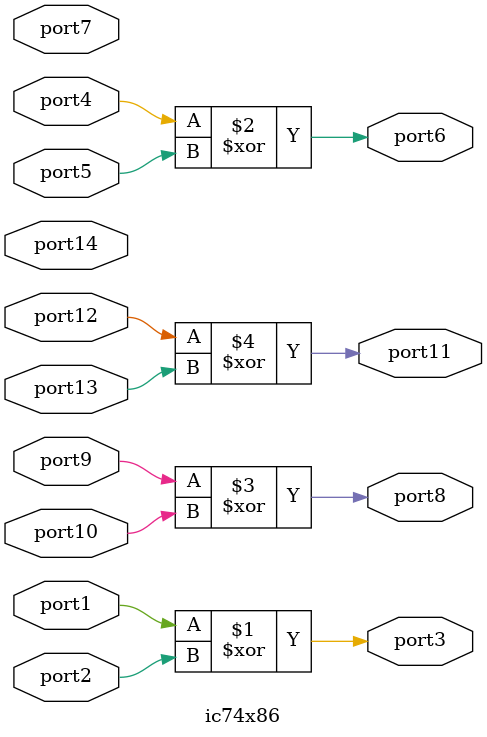
<source format=v>
module ic74x86(
input wire port1,
input wire port2,
output wire port3,
input wire port4,
input wire port5,
output wire port6,
input wire port7,
output wire port8,
input wire port9,
input wire port10,
output wire port11,
input wire port12,
input wire port13,
input wire port14
);

assign port3 = port1 ^ port2;
assign port6 = port4 ^ port5;
assign port8 = port9 ^ port10;
assign port11 = port12 ^ port13;

endmodule
</source>
